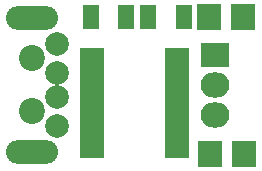
<source format=gts>
G04 #@! TF.FileFunction,Soldermask,Top*
%FSLAX46Y46*%
G04 Gerber Fmt 4.6, Leading zero omitted, Abs format (unit mm)*
G04 Created by KiCad (PCBNEW 4.0.4+e1-6308~48~ubuntu16.04.1-stable) date Mon Dec 19 21:24:52 2016*
%MOMM*%
%LPD*%
G01*
G04 APERTURE LIST*
%ADD10C,0.100000*%
%ADD11R,1.997660X2.200860*%
%ADD12R,2.150000X0.850000*%
%ADD13R,1.400000X2.000000*%
%ADD14O,4.400000X2.000000*%
%ADD15C,2.200000*%
%ADD16C,2.000000*%
%ADD17R,2.432000X2.127200*%
%ADD18O,2.432000X2.127200*%
G04 APERTURE END LIST*
D10*
D11*
X17480140Y13350000D03*
X20319860Y13350000D03*
D12*
X14730000Y1805000D03*
X14730000Y2455000D03*
X14730000Y3105000D03*
X14730000Y3755000D03*
X14730000Y4405000D03*
X14730000Y5055000D03*
X14730000Y5705000D03*
X14730000Y6355000D03*
X14730000Y7005000D03*
X14730000Y7655000D03*
X14730000Y8305000D03*
X14730000Y8955000D03*
X14730000Y9605000D03*
X14730000Y10255000D03*
X7530000Y10255000D03*
X7530000Y9605000D03*
X7530000Y8955000D03*
X7530000Y8305000D03*
X7530000Y7655000D03*
X7530000Y7005000D03*
X7530000Y6355000D03*
X7530000Y5705000D03*
X7530000Y5055000D03*
X7530000Y4405000D03*
X7530000Y3755000D03*
X7530000Y3105000D03*
X7530000Y2455000D03*
X7530000Y1805000D03*
D13*
X7440000Y13310000D03*
X10440000Y13310000D03*
X12340000Y13320000D03*
X15340000Y13320000D03*
D11*
X17590140Y1748000D03*
X20429860Y1748000D03*
D14*
X2500000Y1890000D03*
X2500000Y13290000D03*
D15*
X2500000Y5340000D03*
X2500000Y9840000D03*
D16*
X4600000Y6590000D03*
X4600000Y8590000D03*
X4600000Y4090000D03*
X4600000Y11090000D03*
D17*
X17994000Y10130000D03*
D18*
X17994000Y7590000D03*
X17994000Y5050000D03*
M02*

</source>
